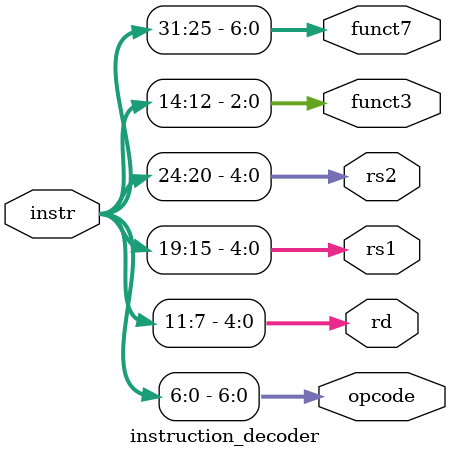
<source format=v>
module instruction_decoder (
    input [31:0] instr,
    output reg [6:0] opcode,
    output reg [4:0] rd, rs1, rs2,
    output reg [2:0] funct3,
    output reg [6:0] funct7
);
    always @(*) begin
        opcode = instr[6:0];
        rd = instr[11:7];
        rs1 = instr[19:15];
        rs2 = instr[24:20];
        funct3 = instr[14:12];
        funct7 = instr[31:25];
    end
endmodule

</source>
